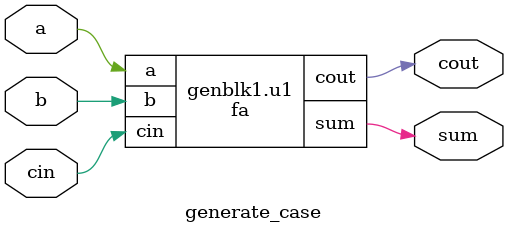
<source format=v>
module ha (
    input a, b,
    output reg sum, cout
);

    always @(a or b)
        {cout, sum} = a + b;

    initial begin
        $display("Half adder instantiation");
    end

endmodule


// Design #2: Full adder
module fa (
    input a, b, cin,
    output reg sum, cout
);
    always @(a or b or cin)
        {cout, sum} = a + b + cin;

    initial begin
        $display("Full adder instantiation");
    end
endmodule


// Top Design
module generate_case (
    input a, b, cin,
    output sum,cout
);

parameter ADDER_TYPE = 1;    
    generate
        case(ADDER_TYPE)
            0 : ha u0 (.a(a), .b(b), .sum(sum), .cout(cout));
            1 : fa u1 (.a(a), .b(b), .sum(sum), .cin(cin), .cout(cout));
        endcase
    endgenerate

endmodule

</source>
